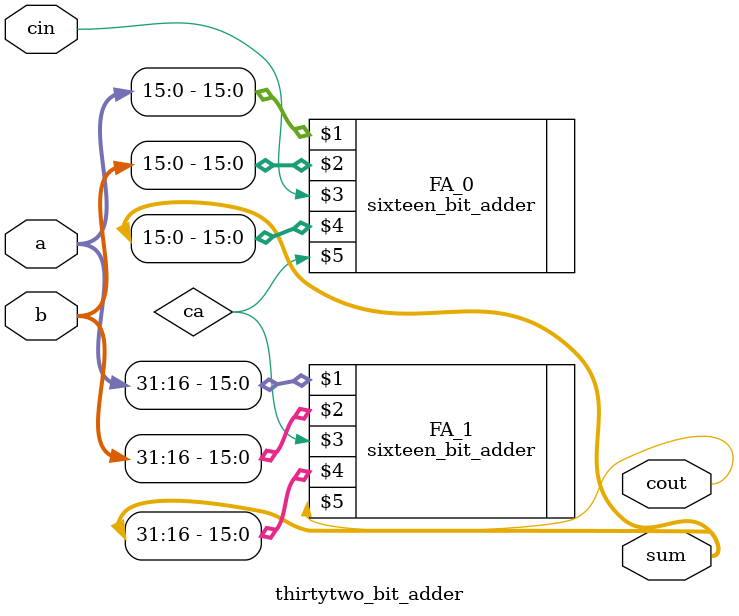
<source format=v>
`include "sixteen_bit_adder.v"
module thirtytwo_bit_adder (a,b,cin,sum,cout);


input [31:0] a, b;
input cin;
output [31:0] sum;
output cout;
wire ca;


    sixteen_bit_adder FA_0(a[15:0],b[15:0],cin,sum[15:0],ca);
    sixteen_bit_adder FA_1(a[31:16],b[31:16],ca,sum[31:16],cout);



endmodule
</source>
